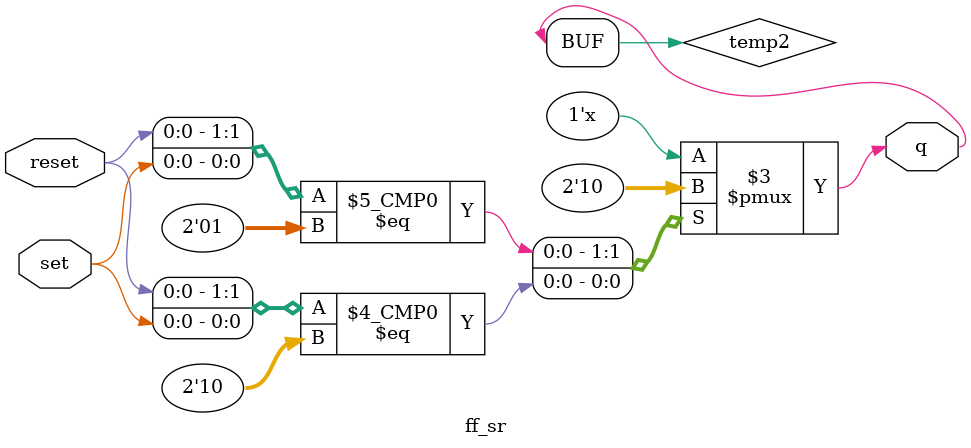
<source format=v>
`default_nettype none
`timescale 1ns/1ps


module divisor_frec_ro_ff_d(

	io_in,
	io_out

);

	input wire [7:0] io_in;
	output wire [7:0] io_out;
	assign io_out[7:1] = 7'b0;



//////////////////// delay_out[7] ////////////////////

	wire ro_7_2_clk_ff_0;
	wire nq_ffd_0_2_d_ffd_0;
	wire q_ffd_0_2_clk_ffd_1;
	
	wire nq_ffd_1_2_d_ffd_1;
	wire q_ffd_1_2_clk_ffd_2;	

	wire nq_ffd_2_2_d_ffd_2;
	wire q_ffd_2_2_clk_ffd_3;
	
	wire nq_ffd_3_2_d_ffd_3;
	wire q_ffd_3_2_clk_ffd_4;

	wire nq_ffd_4_2_d_ffd_4;
	wire q_ffd_4_2_clk_ffd_5;

	wire nq_ffd_5_2_d_ffd_5;
	wire q_ffd_5_2_clk_ffd_6;

	wire nq_ffd_6_2_d_ffd_6;
	wire q_ffd_6_2_clk_ffd_7;

	wire nq_ffd_7_2_d_ffd_7;
	wire q_ffd_7_2_clk_ffd_8;

//////////////////// delay_out[40] ////////////////////

	wire ro_40_2_clk_ff_8;
	wire nq_ffd_8_2_d_ffd_8;
	wire q_ffd_8_2_clk_ffd_9;

	wire nq_ffd_9_2_d_ffd_9;
	wire q_ffd_9_2_clk_ffd_10;

	wire nq_ffd_10_2_d_ffd_10;
	wire q_ffd_10_2_clk_ffd_11;

	wire nq_ffd_11_2_d_ffd_11;
	wire q_ffd_11_2_clk_ffd_12;

	wire nq_ffd_12_2_d_ffd_12;	
	wire q_ffd_12_2_clk_ffd_13;

	wire nq_ffd_13_2_d_ffd_13;	
	wire q_ffd_13_2_clk_ffd_14;	

	wire nq_ffd_14_2_d_ffd_14;	
	wire q_ffd_14_2_clk_ffd_15;
	
	wire nq_ffd_15_2_d_ffd_15;	
	
//////////////////// delay_out[80] ////////////////////

	wire ro_80_2_clk_ff_16;
	wire nq_ffd_16_2_d_ffd_16;
	wire q_ffd_16_2_clk_ffd_17;

	wire nq_ffd_17_2_d_ffd_17;
	wire q_ffd_17_2_clk_ffd_18;

	wire nq_ffd_18_2_d_ffd_18;
	wire q_ffd_18_2_clk_ffd_19;

	wire nq_ffd_19_2_d_ffd_19;
	wire q_ffd_19_2_clk_ffd_20;

	wire nq_ffd_20_2_d_ffd_20;	
	wire q_ffd_20_2_clk_ffd_21;

	wire nq_ffd_21_2_d_ffd_21;	
	wire q_ffd_21_2_clk_ffd_22;	

	wire nq_ffd_22_2_d_ffd_22;	
	wire q_ffd_22_2_clk_ffd_23;
	
	wire nq_ffd_23_2_d_ffd_23;

//////////////////// delay_out[120] ////////////////////
		
	wire ro_120_2_clk_ff_24;
	wire nq_ffd_24_2_d_ffd_24;
	wire q_ffd_24_2_clk_ffd_25;

	wire nq_ffd_25_2_d_ffd_25;
	wire q_ffd_25_2_clk_ffd_26;

	wire nq_ffd_26_2_d_ffd_26;
	wire q_ffd_26_2_clk_ffd_27;

	wire nq_ffd_27_2_d_ffd_27;
	wire q_ffd_27_2_clk_ffd_28;

	wire nq_ffd_28_2_d_ffd_28;	
	wire q_ffd_28_2_clk_ffd_29;

	wire nq_ffd_29_2_d_ffd_29;	
	wire q_ffd_29_2_clk_ffd_30;	

	wire nq_ffd_30_2_d_ffd_30;	
	wire q_ffd_30_2_clk_ffd_31;
	
	wire nq_ffd_31_2_d_ffd_31;	
		
	
	wire out_div_7;
	wire out_div_40;
	wire out_div_80;
	wire out_div_120;
	wire out_mux4;
	wire out_ro;
		
//	reg out_div_7;
//	reg out_div_40;	
//	reg out_div_80;
//	reg out_div_120;				
	reg out_pwm;
	assign io_out[0] = out_pwm;
//	assign io_out[1] = out_div_7;
//	assign io_out[2] = out_div_40;
//	assign io_out[3] = out_div_80;
//	assign io_out[4] = out_div_120;
	
	ring_osc ring_osc_0 (
	.en(io_in[0]),
	.out(out_ro),
//	.out_set(ring_2_ff_set),
	.out0(ro_120_2_clk_ff_24),
	.out1(ro_80_2_clk_ff_16),
	.out2(ro_40_2_clk_ff_8),
	.out3(ro_7_2_clk_ff_0)
	);

//////////////////// delay_out[7] ////////////////////

	ff_d ff_d_0 (
	.d(nq_ffd_0_2_d_ffd_0),
	.clk(ro_7_2_clk_ff_0),
	.rst(io_in[1]),
	.q(q_ffd_0_2_clk_ffd_1),
	.nq(nq_ffd_0_2_d_ffd_0)		
	);

	ff_d ff_d_1 (
	.d(nq_ffd_1_2_d_ffd_1),
	.clk(q_ffd_0_2_clk_ffd_1),
	.rst(io_in[1]),
	.q(q_ffd_1_2_clk_ffd_2),
	.nq(nq_ffd_1_2_d_ffd_1)		
	);
	
	ff_d ff_d_2 (
	.d(nq_ffd_2_2_d_ffd_2),
	.clk(q_ffd_0_2_clk_ffd_1),
	.rst(io_in[1]),
	.q(q_ffd_2_2_clk_ffd_3),
	.nq(nq_ffd_2_2_d_ffd_2)		
	);	

	ff_d ff_d_3 (
	.d(nq_ffd_3_2_d_ffd_3),
	.clk(q_ffd_2_2_clk_ffd_3),
	.rst(io_in[1]),
	.q(q_ffd_3_2_clk_ffd_4),
	.nq(nq_ffd_3_2_d_ffd_3)		
	);
	
	ff_d ff_d_4 (
	.d(nq_ffd_4_2_d_ffd_4),
	.clk(q_ffd_3_2_clk_ffd_4),
	.rst(io_in[1]),
	.q(q_ffd_4_2_clk_ffd_5),
	.nq(nq_ffd_4_2_d_ffd_4)		
	);	

	ff_d ff_d_5 (
	.d(nq_ffd_5_2_d_ffd_5),
	.clk(q_ffd_4_2_clk_ffd_5),
	.rst(io_in[1]),
	.q(q_ffd_5_2_clk_ffd_6),
	.nq(nq_ffd_5_2_d_ffd_5)		
	);	
	
	ff_d ff_d_6 (
	.d(nq_ffd_6_2_d_ffd_6),
	.clk(q_ffd_5_2_clk_ffd_6),
	.rst(io_in[1]),
	.q(q_ffd_6_2_clk_ffd_7),
	.nq(nq_ffd_6_2_d_ffd_6)		
	);	

	ff_d ff_d_7 (
	.d(nq_ffd_7_2_d_ffd_7),
	.clk(q_ffd_6_2_clk_ffd_7),
	.rst(io_in[1]),
	.q(out_div_7),
	.nq(nq_ffd_7_2_d_ffd_7)		
	);

//////////////////// delay_out[40] ////////////////////

	ff_d ff_d_8 (
	.d(nq_ffd_8_2_d_ffd_8),
	.clk(ro_40_2_clk_ff_8),
	.rst(io_in[1]),
	.q(q_ffd_8_2_clk_ffd_9),
	.nq(nq_ffd_8_2_d_ffd_8)		
	);

	ff_d ff_d_9 (
	.d(nq_ffd_9_2_d_ffd_9),
	.clk(q_ffd_8_2_clk_ffd_9),
	.rst(io_in[1]),
	.q(q_ffd_9_2_clk_ffd_10),
	.nq(nq_ffd_9_2_d_ffd_9)		
	);
	
	ff_d ff_d_10 (
	.d(nq_ffd_10_2_d_ffd_10),
	.clk(q_ffd_9_2_clk_ffd_10),
	.rst(io_in[1]),
	.q(q_ffd_10_2_clk_ffd_11),
	.nq(nq_ffd_10_2_d_ffd_10)		
	);	

	ff_d ff_d_11 (
	.d(nq_ffd_11_2_d_ffd_11),
	.clk(q_ffd_10_2_clk_ffd_11),
	.rst(io_in[1]),
	.q(q_ffd_11_2_clk_ffd_12),
	.nq(nq_ffd_11_2_d_ffd_11)		
	);
	
	ff_d ff_d_12 (
	.d(nq_ffd_12_2_d_ffd_12),
	.clk(q_ffd_11_2_clk_ffd_12),
	.rst(io_in[1]),
	.q(q_ffd_12_2_clk_ffd_13),
	.nq(nq_ffd_12_2_d_ffd_12)		
	);	

	ff_d ff_d_13 (
	.d(nq_ffd_13_2_d_ffd_13),
	.clk(q_ffd_12_2_clk_ffd_13),
	.rst(io_in[1]),
	.q(q_ffd_13_2_clk_ffd_14),
	.nq(nq_ffd_13_2_d_ffd_13)		
	);	
	
	ff_d ff_d_14 (
	.d(nq_ffd_14_2_d_ffd_14),
	.clk(q_ffd_13_2_clk_ffd_14),
	.rst(io_in[1]),
	.q(q_ffd_14_2_clk_ffd_15),
	.nq(nq_ffd_14_2_d_ffd_14)		
	);	

	ff_d ff_d_15 (
	.d(nq_ffd_15_2_d_ffd_15),
	.clk(q_ffd_14_2_clk_ffd_15),
	.rst(io_in[1]),
	.q(out_div_40),
	.nq(nq_ffd_15_2_d_ffd_15)		
	);


//////////////////// delay_out[80] ////////////////////

	ff_d ff_d_16 (
	.d(nq_ffd_16_2_d_ffd_16),
	.clk(ro_80_2_clk_ff_16),
	.rst(io_in[1]),
	.q(q_ffd_16_2_clk_ffd_17),
	.nq(nq_ffd_16_2_d_ffd_16)		
	);

	ff_d ff_d_17 (
	.d(nq_ffd_17_2_d_ffd_17),
	.clk(q_ffd_16_2_clk_ffd_17),
	.rst(io_in[1]),
	.q(q_ffd_17_2_clk_ffd_18),
	.nq(nq_ffd_17_2_d_ffd_17)		
	);
	
	ff_d ff_d_18 (
	.d(nq_ffd_18_2_d_ffd_18),
	.clk(q_ffd_17_2_clk_ffd_18),
	.rst(io_in[1]),
	.q(q_ffd_18_2_clk_ffd_19),
	.nq(nq_ffd_18_2_d_ffd_18)		
	);	

	ff_d ff_d_19 (
	.d(nq_ffd_19_2_d_ffd_19),
	.clk(q_ffd_18_2_clk_ffd_19),
	.rst(io_in[1]),
	.q(q_ffd_19_2_clk_ffd_20),
	.nq(nq_ffd_19_2_d_ffd_19)		
	);
	
	ff_d ff_d_20 (
	.d(nq_ffd_20_2_d_ffd_20),
	.clk(q_ffd_19_2_clk_ffd_20),
	.rst(io_in[1]),
	.q(q_ffd_20_2_clk_ffd_21),
	.nq(nq_ffd_20_2_d_ffd_20)		
	);	

	ff_d ff_d_21 (
	.d(nq_ffd_21_2_d_ffd_21),
	.clk(q_ffd_20_2_clk_ffd_21),
	.rst(io_in[1]),
	.q(q_ffd_21_2_clk_ffd_22),
	.nq(nq_ffd_21_2_d_ffd_21)		
	);	
	
	ff_d ff_d_22 (
	.d(nq_ffd_22_2_d_ffd_22),
	.clk(q_ffd_21_2_clk_ffd_22),
	.rst(io_in[1]),
	.q(q_ffd_22_2_clk_ffd_23),
	.nq(nq_ffd_22_2_d_ffd_22)		
	);	

	ff_d ff_d_23 (
	.d(nq_ffd_23_2_d_ffd_23),
	.clk(q_ffd_22_2_clk_ffd_23),
	.rst(io_in[1]),
	.q(out_div_80),
	.nq(nq_ffd_23_2_d_ffd_23)		
	);

//////////////////// delay_out[120] ////////////////////

	ff_d ff_d_24 (
	.d(nq_ffd_24_2_d_ffd_24),
	.clk(ro_120_2_clk_ff_24),
	.rst(io_in[1]),
	.q(q_ffd_24_2_clk_ffd_25),
	.nq(nq_ffd_24_2_d_ffd_24)		
	);

	ff_d ff_d_25 (
	.d(nq_ffd_25_2_d_ffd_25),
	.clk(q_ffd_24_2_clk_ffd_25),
	.rst(io_in[1]),
	.q(q_ffd_25_2_clk_ffd_26),
	.nq(nq_ffd_25_2_d_ffd_25)		
	);
	
	ff_d ff_d_26 (
	.d(nq_ffd_26_2_d_ffd_26),
	.clk(q_ffd_25_2_clk_ffd_26),
	.rst(io_in[1]),
	.q(q_ffd_26_2_clk_ffd_27),
	.nq(nq_ffd_26_2_d_ffd_26)		
	);	

	ff_d ff_d_27 (
	.d(nq_ffd_27_2_d_ffd_27),
	.clk(q_ffd_26_2_clk_ffd_27),
	.rst(io_in[1]),
	.q(q_ffd_27_2_clk_ffd_28),
	.nq(nq_ffd_27_2_d_ffd_27)		
	);
	
	ff_d ff_d_28 (
	.d(nq_ffd_28_2_d_ffd_28),
	.clk(q_ffd_27_2_clk_ffd_28),
	.rst(io_in[1]),
	.q(q_ffd_28_2_clk_ffd_29),
	.nq(nq_ffd_28_2_d_ffd_28)		
	);	

	ff_d ff_d_29 (
	.d(nq_ffd_29_2_d_ffd_29),
	.clk(q_ffd_28_2_clk_ffd_29),
	.rst(io_in[1]),
	.q(q_ffd_29_2_clk_ffd_30),
	.nq(nq_ffd_29_2_d_ffd_29)		
	);	
	
	ff_d ff_d_30 (
	.d(nq_ffd_30_2_d_ffd_30),
	.clk(q_ffd_29_2_clk_ffd_30),
	.rst(io_in[1]),
	.q(q_ffd_30_2_clk_ffd_31),
	.nq(nq_ffd_30_2_d_ffd_30)		
	);	

	ff_d ff_d_31 (
	.d(nq_ffd_31_2_d_ffd_31),
	.clk(q_ffd_30_2_clk_ffd_31),
	.rst(io_in[1]),
	.q(out_div_120),
	.nq(nq_ffd_31_2_d_ffd_31)		
	);


	mux4 mux4_0 (
		.d0(out_div_7),
		.d1(out_div_40),
		.d2(out_div_80),
		.d3(out_div_120),
		.sel(io_in[3:2]),
		.out_mux(out_mux4)

	);

	ff_sr ff_sr_0 (
		.set(out_ro),	
		.reset(out_mux4),
		.q(out_pwm)
	);

endmodule

module ff_d(
	d,
	clk,
	rst,
	q,
	nq
);


input wire d;
input wire clk;
input wire rst;
output wire q;
output wire nq;


reg temp;
reg temp2;

assign q = temp;
assign nq = temp2;

always @(posedge clk, posedge rst) begin
	if(rst == 1'b1)
	begin
	temp <= 1'b0;
	temp2 <= 1'b1;
	end
	else begin
	temp <= d;
  	temp2 <= ~temp;
  	end
end

endmodule
	
/////// Ring Oscillator ///////

module inv_with_delay(
	input A, 
	output Y
);

`ifdef COCOTB_SIM
assign #0.02 Y=~A;
//assign #200 Y=~A;
`else
sky130_fd_sc_hd_inv_2 inv(.A(A),.Y(Y));
`endif
endmodule

module nand2_with_delay(
	input A,
	input B, 
	output Y
);

`ifdef COCOTB_SIM
assign #0.05 Y=~(A & B);
//assign #500 Y=~(A & B);
`else
sky130_fd_sc_hd_nand2_2 inv(.A(A),.B(B),.Y(Y));
`endif
endmodule

module ring_osc(

	en,
	out,
//	out_set,
	out0,
	out1,
	out2,
	out3

);

input wire en;
output wire out;
//output wire out_set;
output wire out0;
output wire out1;
output wire out2;
output wire out3;


localparam NUM_INVERTERS = 150;
//localparam NUM_INVERTERS = 16;


wire [NUM_INVERTERS-1:0] delay_in, delay_out;
//wire out;
inv_with_delay idelay [NUM_INVERTERS-1:0](
	.A(delay_in),
	.Y(delay_out)
);
assign delay_in = {delay_out[NUM_INVERTERS-2:0],out};
nand2_with_delay nand2_with_delay(.A(en), .B(delay_out[NUM_INVERTERS-1]), .Y(out));
//reg out;

/*assign io_out[0] = out;
assign io_out[7:1] = 7'b0000000;*/

reg temp_ro0;
reg temp_ro1;
reg temp_ro2;
reg temp_ro3;
//reg temp_set;

assign out0 = temp_ro0;
assign out1 = temp_ro1;
assign out2 = temp_ro2;
assign out3 = temp_ro3;
//assign out_set = temp_set;


assign temp_ro0 =delay_out[120];
assign temp_ro1 =delay_out[80];
assign temp_ro2 =delay_out[40];
//assign temp_ro3 =delay_out[NUM_INVERTERS-1];
assign temp_ro3 =delay_out[7];
//assign temp_set = delay_out[3];


endmodule

/////// MUX 4 ///////

module mux4(

	d0,
	d1,
	d2,
	d3,
	sel,
	out_mux
);


/** The inputs are defined here **/

input wire d0;
input wire d1;
input wire d2;
input wire d3;
input wire [1:0] sel;
output wire out_mux;

reg temp;
assign out_mux = temp;

always@(*)
	begin
		case(sel)
		0:temp <= d0;
		1:temp <= d1;
		2:temp <= d2;
		3:temp <= d3;
		default: temp=1'b0;
		endcase
	end
	
endmodule

/////// FF-SR ///////

module ff_sr(
	set,
	reset,
	q
);

input wire set;
input wire reset;
output wire q;

reg temp2;

assign q = temp2;


always@(set, reset)
	begin
		case( {reset, set})
		0:temp2 <= temp2;
		1:temp2 <= 1'b1; 
		2:temp2 <= 1'b0; 
		3:temp2 <= 1'bx;
		default:temp2 <= 1'bx; 
		endcase
	end
endmodule

</source>
